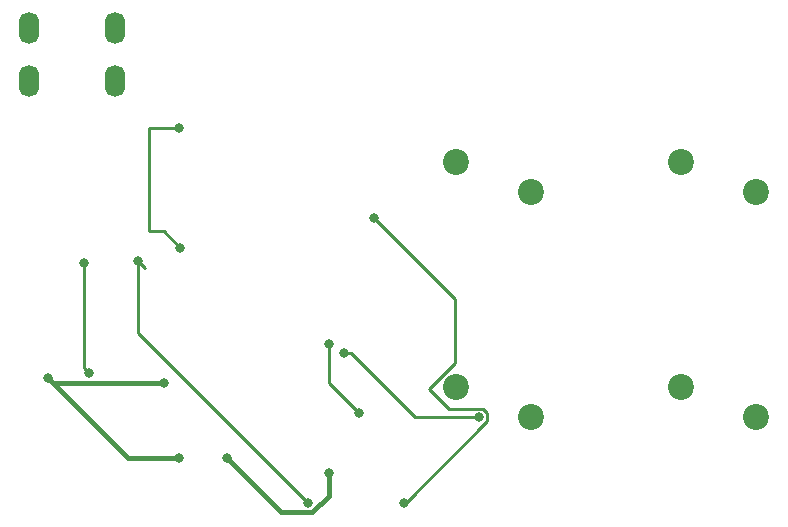
<source format=gtl>
G04 #@! TF.GenerationSoftware,KiCad,Pcbnew,(5.1.5)-3*
G04 #@! TF.CreationDate,2020-04-03T11:19:55-04:00*
G04 #@! TF.ProjectId,Claw10 PCB,436c6177-3130-4205-9043-422e6b696361,rev?*
G04 #@! TF.SameCoordinates,Original*
G04 #@! TF.FileFunction,Copper,L1,Top*
G04 #@! TF.FilePolarity,Positive*
%FSLAX46Y46*%
G04 Gerber Fmt 4.6, Leading zero omitted, Abs format (unit mm)*
G04 Created by KiCad (PCBNEW (5.1.5)-3) date 2020-04-03 11:19:55*
%MOMM*%
%LPD*%
G04 APERTURE LIST*
%ADD10O,1.700000X2.700000*%
%ADD11C,2.200000*%
%ADD12C,0.800000*%
%ADD13C,0.381000*%
%ADD14C,0.254000*%
G04 APERTURE END LIST*
D10*
X43175000Y-19503000D03*
X50475000Y-19503000D03*
X50475000Y-24003000D03*
X43175000Y-24003000D03*
D11*
X98425000Y-49847500D03*
X104775000Y-52387500D03*
X79375000Y-49847500D03*
X85725000Y-52387500D03*
X98425000Y-30797500D03*
X104775000Y-33337500D03*
X79375000Y-30797500D03*
X85725000Y-33337500D03*
D12*
X55880000Y-55880000D03*
X44831000Y-49149000D03*
X59944000Y-55880000D03*
X68580000Y-57150000D03*
X54610000Y-49530000D03*
X56007000Y-38100000D03*
X55880000Y-27940000D03*
X68580000Y-46228000D03*
X71120000Y-52070000D03*
X69850000Y-46990000D03*
X81280000Y-52451000D03*
X48260000Y-48663000D03*
X47879000Y-39370000D03*
X66802000Y-59690000D03*
X52451000Y-39243000D03*
X72390000Y-35560000D03*
X74930000Y-59690000D03*
D13*
X55880000Y-55880000D02*
X51562000Y-55880000D01*
X51562000Y-55880000D02*
X44831000Y-49149000D01*
X67181441Y-60480501D02*
X68580000Y-59081942D01*
X59944000Y-55880000D02*
X64544501Y-60480501D01*
X64544501Y-60480501D02*
X67181441Y-60480501D01*
X68580000Y-59081942D02*
X68580000Y-57150000D01*
X45212000Y-49530000D02*
X44831000Y-49149000D01*
X54610000Y-49530000D02*
X45212000Y-49530000D01*
D14*
X56007000Y-28067000D02*
X55880000Y-27940000D01*
X55880000Y-27940000D02*
X53340000Y-27940000D01*
X53340000Y-27940000D02*
X53340000Y-36703000D01*
X54610000Y-36703000D02*
X56007000Y-38100000D01*
X53340000Y-36703000D02*
X54610000Y-36703000D01*
X68580000Y-46228000D02*
X68580000Y-49530000D01*
X68580000Y-49530000D02*
X71120000Y-52070000D01*
X70415685Y-46990000D02*
X75876685Y-52451000D01*
X69850000Y-46990000D02*
X70415685Y-46990000D01*
X75876685Y-52451000D02*
X78883462Y-52451000D01*
X78883462Y-52451000D02*
X81280000Y-52451000D01*
X47860001Y-48263001D02*
X47860001Y-40658999D01*
X48260000Y-48663000D02*
X47860001Y-48263001D01*
X47860001Y-40658999D02*
X47879000Y-40640000D01*
X47879000Y-40640000D02*
X47879000Y-39370000D01*
X66802000Y-59690000D02*
X52451000Y-45339000D01*
X52451000Y-45339000D02*
X52451000Y-39243000D01*
X52850999Y-39642999D02*
X52451000Y-39243000D01*
X52977999Y-39769999D02*
X52850999Y-39642999D01*
X82007001Y-52102039D02*
X82007001Y-52799961D01*
X82007001Y-52799961D02*
X75116962Y-59690000D01*
X81628961Y-51723999D02*
X82007001Y-52102039D01*
X79282001Y-42452001D02*
X79282001Y-47828537D01*
X72390000Y-35560000D02*
X79282001Y-42452001D01*
X79282001Y-47828537D02*
X77089000Y-50021538D01*
X77089000Y-50021538D02*
X78791461Y-51723999D01*
X78791461Y-51723999D02*
X81628961Y-51723999D01*
X75116962Y-59690000D02*
X74930000Y-59690000D01*
M02*

</source>
